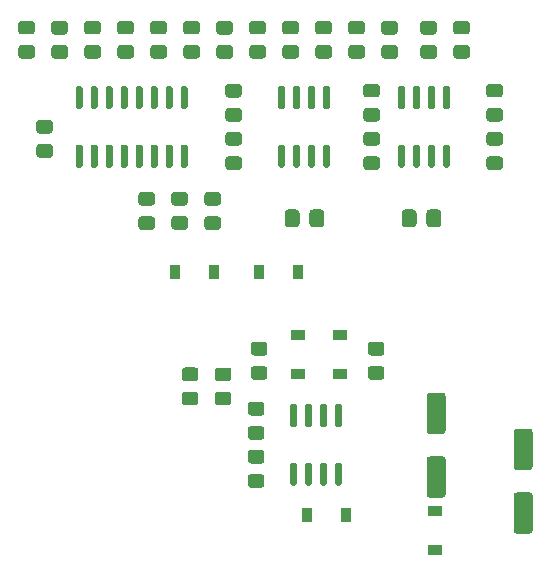
<source format=gbr>
G04 #@! TF.GenerationSoftware,KiCad,Pcbnew,5.1.6-c6e7f7d~87~ubuntu18.04.1*
G04 #@! TF.CreationDate,2020-08-18T13:39:28-04:00*
G04 #@! TF.ProjectId,2164SVF,32313634-5356-4462-9e6b-696361645f70,0*
G04 #@! TF.SameCoordinates,Original*
G04 #@! TF.FileFunction,Paste,Top*
G04 #@! TF.FilePolarity,Positive*
%FSLAX46Y46*%
G04 Gerber Fmt 4.6, Leading zero omitted, Abs format (unit mm)*
G04 Created by KiCad (PCBNEW 5.1.6-c6e7f7d~87~ubuntu18.04.1) date 2020-08-18 13:39:28*
%MOMM*%
%LPD*%
G01*
G04 APERTURE LIST*
%ADD10R,1.200000X0.900000*%
%ADD11R,0.900000X1.200000*%
G04 APERTURE END LIST*
G36*
G01*
X133816000Y-106774000D02*
X134916000Y-106774000D01*
G75*
G02*
X135166000Y-107024000I0J-250000D01*
G01*
X135166000Y-110024000D01*
G75*
G02*
X134916000Y-110274000I-250000J0D01*
G01*
X133816000Y-110274000D01*
G75*
G02*
X133566000Y-110024000I0J250000D01*
G01*
X133566000Y-107024000D01*
G75*
G02*
X133816000Y-106774000I250000J0D01*
G01*
G37*
G36*
G01*
X133816000Y-101374000D02*
X134916000Y-101374000D01*
G75*
G02*
X135166000Y-101624000I0J-250000D01*
G01*
X135166000Y-104624000D01*
G75*
G02*
X134916000Y-104874000I-250000J0D01*
G01*
X133816000Y-104874000D01*
G75*
G02*
X133566000Y-104624000I0J250000D01*
G01*
X133566000Y-101624000D01*
G75*
G02*
X133816000Y-101374000I250000J0D01*
G01*
G37*
G36*
G01*
X142282000Y-107922000D02*
X141182000Y-107922000D01*
G75*
G02*
X140932000Y-107672000I0J250000D01*
G01*
X140932000Y-104672000D01*
G75*
G02*
X141182000Y-104422000I250000J0D01*
G01*
X142282000Y-104422000D01*
G75*
G02*
X142532000Y-104672000I0J-250000D01*
G01*
X142532000Y-107672000D01*
G75*
G02*
X142282000Y-107922000I-250000J0D01*
G01*
G37*
G36*
G01*
X142282000Y-113322000D02*
X141182000Y-113322000D01*
G75*
G02*
X140932000Y-113072000I0J250000D01*
G01*
X140932000Y-110072000D01*
G75*
G02*
X141182000Y-109822000I250000J0D01*
G01*
X142282000Y-109822000D01*
G75*
G02*
X142532000Y-110072000I0J-250000D01*
G01*
X142532000Y-113072000D01*
G75*
G02*
X142282000Y-113322000I-250000J0D01*
G01*
G37*
G36*
G01*
X132715000Y-86169500D02*
X132715000Y-87058500D01*
G75*
G02*
X132397500Y-87376000I-317500J0D01*
G01*
X131762500Y-87376000D01*
G75*
G02*
X131445000Y-87058500I0J317500D01*
G01*
X131445000Y-86169500D01*
G75*
G02*
X131762500Y-85852000I317500J0D01*
G01*
X132397500Y-85852000D01*
G75*
G02*
X132715000Y-86169500I0J-317500D01*
G01*
G37*
G36*
G01*
X134810500Y-86169500D02*
X134810500Y-87058500D01*
G75*
G02*
X134493000Y-87376000I-317500J0D01*
G01*
X133858000Y-87376000D01*
G75*
G02*
X133540500Y-87058500I0J317500D01*
G01*
X133540500Y-86169500D01*
G75*
G02*
X133858000Y-85852000I317500J0D01*
G01*
X134493000Y-85852000D01*
G75*
G02*
X134810500Y-86169500I0J-317500D01*
G01*
G37*
G36*
G01*
X122809000Y-86169500D02*
X122809000Y-87058500D01*
G75*
G02*
X122491500Y-87376000I-317500J0D01*
G01*
X121856500Y-87376000D01*
G75*
G02*
X121539000Y-87058500I0J317500D01*
G01*
X121539000Y-86169500D01*
G75*
G02*
X121856500Y-85852000I317500J0D01*
G01*
X122491500Y-85852000D01*
G75*
G02*
X122809000Y-86169500I0J-317500D01*
G01*
G37*
G36*
G01*
X124904500Y-86169500D02*
X124904500Y-87058500D01*
G75*
G02*
X124587000Y-87376000I-317500J0D01*
G01*
X123952000Y-87376000D01*
G75*
G02*
X123634500Y-87058500I0J317500D01*
G01*
X123634500Y-86169500D01*
G75*
G02*
X123952000Y-85852000I317500J0D01*
G01*
X124587000Y-85852000D01*
G75*
G02*
X124904500Y-86169500I0J-317500D01*
G01*
G37*
G36*
G01*
X125961000Y-107291000D02*
X126261000Y-107291000D01*
G75*
G02*
X126411000Y-107441000I0J-150000D01*
G01*
X126411000Y-109091000D01*
G75*
G02*
X126261000Y-109241000I-150000J0D01*
G01*
X125961000Y-109241000D01*
G75*
G02*
X125811000Y-109091000I0J150000D01*
G01*
X125811000Y-107441000D01*
G75*
G02*
X125961000Y-107291000I150000J0D01*
G01*
G37*
G36*
G01*
X124691000Y-107291000D02*
X124991000Y-107291000D01*
G75*
G02*
X125141000Y-107441000I0J-150000D01*
G01*
X125141000Y-109091000D01*
G75*
G02*
X124991000Y-109241000I-150000J0D01*
G01*
X124691000Y-109241000D01*
G75*
G02*
X124541000Y-109091000I0J150000D01*
G01*
X124541000Y-107441000D01*
G75*
G02*
X124691000Y-107291000I150000J0D01*
G01*
G37*
G36*
G01*
X123421000Y-107291000D02*
X123721000Y-107291000D01*
G75*
G02*
X123871000Y-107441000I0J-150000D01*
G01*
X123871000Y-109091000D01*
G75*
G02*
X123721000Y-109241000I-150000J0D01*
G01*
X123421000Y-109241000D01*
G75*
G02*
X123271000Y-109091000I0J150000D01*
G01*
X123271000Y-107441000D01*
G75*
G02*
X123421000Y-107291000I150000J0D01*
G01*
G37*
G36*
G01*
X122151000Y-107291000D02*
X122451000Y-107291000D01*
G75*
G02*
X122601000Y-107441000I0J-150000D01*
G01*
X122601000Y-109091000D01*
G75*
G02*
X122451000Y-109241000I-150000J0D01*
G01*
X122151000Y-109241000D01*
G75*
G02*
X122001000Y-109091000I0J150000D01*
G01*
X122001000Y-107441000D01*
G75*
G02*
X122151000Y-107291000I150000J0D01*
G01*
G37*
G36*
G01*
X122151000Y-102341000D02*
X122451000Y-102341000D01*
G75*
G02*
X122601000Y-102491000I0J-150000D01*
G01*
X122601000Y-104141000D01*
G75*
G02*
X122451000Y-104291000I-150000J0D01*
G01*
X122151000Y-104291000D01*
G75*
G02*
X122001000Y-104141000I0J150000D01*
G01*
X122001000Y-102491000D01*
G75*
G02*
X122151000Y-102341000I150000J0D01*
G01*
G37*
G36*
G01*
X123421000Y-102341000D02*
X123721000Y-102341000D01*
G75*
G02*
X123871000Y-102491000I0J-150000D01*
G01*
X123871000Y-104141000D01*
G75*
G02*
X123721000Y-104291000I-150000J0D01*
G01*
X123421000Y-104291000D01*
G75*
G02*
X123271000Y-104141000I0J150000D01*
G01*
X123271000Y-102491000D01*
G75*
G02*
X123421000Y-102341000I150000J0D01*
G01*
G37*
G36*
G01*
X124691000Y-102341000D02*
X124991000Y-102341000D01*
G75*
G02*
X125141000Y-102491000I0J-150000D01*
G01*
X125141000Y-104141000D01*
G75*
G02*
X124991000Y-104291000I-150000J0D01*
G01*
X124691000Y-104291000D01*
G75*
G02*
X124541000Y-104141000I0J150000D01*
G01*
X124541000Y-102491000D01*
G75*
G02*
X124691000Y-102341000I150000J0D01*
G01*
G37*
G36*
G01*
X125961000Y-102341000D02*
X126261000Y-102341000D01*
G75*
G02*
X126411000Y-102491000I0J-150000D01*
G01*
X126411000Y-104141000D01*
G75*
G02*
X126261000Y-104291000I-150000J0D01*
G01*
X125961000Y-104291000D01*
G75*
G02*
X125811000Y-104141000I0J150000D01*
G01*
X125811000Y-102491000D01*
G75*
G02*
X125961000Y-102341000I150000J0D01*
G01*
G37*
G36*
G01*
X135105000Y-80367000D02*
X135405000Y-80367000D01*
G75*
G02*
X135555000Y-80517000I0J-150000D01*
G01*
X135555000Y-82167000D01*
G75*
G02*
X135405000Y-82317000I-150000J0D01*
G01*
X135105000Y-82317000D01*
G75*
G02*
X134955000Y-82167000I0J150000D01*
G01*
X134955000Y-80517000D01*
G75*
G02*
X135105000Y-80367000I150000J0D01*
G01*
G37*
G36*
G01*
X133835000Y-80367000D02*
X134135000Y-80367000D01*
G75*
G02*
X134285000Y-80517000I0J-150000D01*
G01*
X134285000Y-82167000D01*
G75*
G02*
X134135000Y-82317000I-150000J0D01*
G01*
X133835000Y-82317000D01*
G75*
G02*
X133685000Y-82167000I0J150000D01*
G01*
X133685000Y-80517000D01*
G75*
G02*
X133835000Y-80367000I150000J0D01*
G01*
G37*
G36*
G01*
X132565000Y-80367000D02*
X132865000Y-80367000D01*
G75*
G02*
X133015000Y-80517000I0J-150000D01*
G01*
X133015000Y-82167000D01*
G75*
G02*
X132865000Y-82317000I-150000J0D01*
G01*
X132565000Y-82317000D01*
G75*
G02*
X132415000Y-82167000I0J150000D01*
G01*
X132415000Y-80517000D01*
G75*
G02*
X132565000Y-80367000I150000J0D01*
G01*
G37*
G36*
G01*
X131295000Y-80367000D02*
X131595000Y-80367000D01*
G75*
G02*
X131745000Y-80517000I0J-150000D01*
G01*
X131745000Y-82167000D01*
G75*
G02*
X131595000Y-82317000I-150000J0D01*
G01*
X131295000Y-82317000D01*
G75*
G02*
X131145000Y-82167000I0J150000D01*
G01*
X131145000Y-80517000D01*
G75*
G02*
X131295000Y-80367000I150000J0D01*
G01*
G37*
G36*
G01*
X131295000Y-75417000D02*
X131595000Y-75417000D01*
G75*
G02*
X131745000Y-75567000I0J-150000D01*
G01*
X131745000Y-77217000D01*
G75*
G02*
X131595000Y-77367000I-150000J0D01*
G01*
X131295000Y-77367000D01*
G75*
G02*
X131145000Y-77217000I0J150000D01*
G01*
X131145000Y-75567000D01*
G75*
G02*
X131295000Y-75417000I150000J0D01*
G01*
G37*
G36*
G01*
X132565000Y-75417000D02*
X132865000Y-75417000D01*
G75*
G02*
X133015000Y-75567000I0J-150000D01*
G01*
X133015000Y-77217000D01*
G75*
G02*
X132865000Y-77367000I-150000J0D01*
G01*
X132565000Y-77367000D01*
G75*
G02*
X132415000Y-77217000I0J150000D01*
G01*
X132415000Y-75567000D01*
G75*
G02*
X132565000Y-75417000I150000J0D01*
G01*
G37*
G36*
G01*
X133835000Y-75417000D02*
X134135000Y-75417000D01*
G75*
G02*
X134285000Y-75567000I0J-150000D01*
G01*
X134285000Y-77217000D01*
G75*
G02*
X134135000Y-77367000I-150000J0D01*
G01*
X133835000Y-77367000D01*
G75*
G02*
X133685000Y-77217000I0J150000D01*
G01*
X133685000Y-75567000D01*
G75*
G02*
X133835000Y-75417000I150000J0D01*
G01*
G37*
G36*
G01*
X135105000Y-75417000D02*
X135405000Y-75417000D01*
G75*
G02*
X135555000Y-75567000I0J-150000D01*
G01*
X135555000Y-77217000D01*
G75*
G02*
X135405000Y-77367000I-150000J0D01*
G01*
X135105000Y-77367000D01*
G75*
G02*
X134955000Y-77217000I0J150000D01*
G01*
X134955000Y-75567000D01*
G75*
G02*
X135105000Y-75417000I150000J0D01*
G01*
G37*
G36*
G01*
X112880000Y-80367000D02*
X113180000Y-80367000D01*
G75*
G02*
X113330000Y-80517000I0J-150000D01*
G01*
X113330000Y-82167000D01*
G75*
G02*
X113180000Y-82317000I-150000J0D01*
G01*
X112880000Y-82317000D01*
G75*
G02*
X112730000Y-82167000I0J150000D01*
G01*
X112730000Y-80517000D01*
G75*
G02*
X112880000Y-80367000I150000J0D01*
G01*
G37*
G36*
G01*
X111610000Y-80367000D02*
X111910000Y-80367000D01*
G75*
G02*
X112060000Y-80517000I0J-150000D01*
G01*
X112060000Y-82167000D01*
G75*
G02*
X111910000Y-82317000I-150000J0D01*
G01*
X111610000Y-82317000D01*
G75*
G02*
X111460000Y-82167000I0J150000D01*
G01*
X111460000Y-80517000D01*
G75*
G02*
X111610000Y-80367000I150000J0D01*
G01*
G37*
G36*
G01*
X110340000Y-80367000D02*
X110640000Y-80367000D01*
G75*
G02*
X110790000Y-80517000I0J-150000D01*
G01*
X110790000Y-82167000D01*
G75*
G02*
X110640000Y-82317000I-150000J0D01*
G01*
X110340000Y-82317000D01*
G75*
G02*
X110190000Y-82167000I0J150000D01*
G01*
X110190000Y-80517000D01*
G75*
G02*
X110340000Y-80367000I150000J0D01*
G01*
G37*
G36*
G01*
X109070000Y-80367000D02*
X109370000Y-80367000D01*
G75*
G02*
X109520000Y-80517000I0J-150000D01*
G01*
X109520000Y-82167000D01*
G75*
G02*
X109370000Y-82317000I-150000J0D01*
G01*
X109070000Y-82317000D01*
G75*
G02*
X108920000Y-82167000I0J150000D01*
G01*
X108920000Y-80517000D01*
G75*
G02*
X109070000Y-80367000I150000J0D01*
G01*
G37*
G36*
G01*
X107800000Y-80367000D02*
X108100000Y-80367000D01*
G75*
G02*
X108250000Y-80517000I0J-150000D01*
G01*
X108250000Y-82167000D01*
G75*
G02*
X108100000Y-82317000I-150000J0D01*
G01*
X107800000Y-82317000D01*
G75*
G02*
X107650000Y-82167000I0J150000D01*
G01*
X107650000Y-80517000D01*
G75*
G02*
X107800000Y-80367000I150000J0D01*
G01*
G37*
G36*
G01*
X106530000Y-80367000D02*
X106830000Y-80367000D01*
G75*
G02*
X106980000Y-80517000I0J-150000D01*
G01*
X106980000Y-82167000D01*
G75*
G02*
X106830000Y-82317000I-150000J0D01*
G01*
X106530000Y-82317000D01*
G75*
G02*
X106380000Y-82167000I0J150000D01*
G01*
X106380000Y-80517000D01*
G75*
G02*
X106530000Y-80367000I150000J0D01*
G01*
G37*
G36*
G01*
X105260000Y-80367000D02*
X105560000Y-80367000D01*
G75*
G02*
X105710000Y-80517000I0J-150000D01*
G01*
X105710000Y-82167000D01*
G75*
G02*
X105560000Y-82317000I-150000J0D01*
G01*
X105260000Y-82317000D01*
G75*
G02*
X105110000Y-82167000I0J150000D01*
G01*
X105110000Y-80517000D01*
G75*
G02*
X105260000Y-80367000I150000J0D01*
G01*
G37*
G36*
G01*
X103990000Y-80367000D02*
X104290000Y-80367000D01*
G75*
G02*
X104440000Y-80517000I0J-150000D01*
G01*
X104440000Y-82167000D01*
G75*
G02*
X104290000Y-82317000I-150000J0D01*
G01*
X103990000Y-82317000D01*
G75*
G02*
X103840000Y-82167000I0J150000D01*
G01*
X103840000Y-80517000D01*
G75*
G02*
X103990000Y-80367000I150000J0D01*
G01*
G37*
G36*
G01*
X103990000Y-75417000D02*
X104290000Y-75417000D01*
G75*
G02*
X104440000Y-75567000I0J-150000D01*
G01*
X104440000Y-77217000D01*
G75*
G02*
X104290000Y-77367000I-150000J0D01*
G01*
X103990000Y-77367000D01*
G75*
G02*
X103840000Y-77217000I0J150000D01*
G01*
X103840000Y-75567000D01*
G75*
G02*
X103990000Y-75417000I150000J0D01*
G01*
G37*
G36*
G01*
X105260000Y-75417000D02*
X105560000Y-75417000D01*
G75*
G02*
X105710000Y-75567000I0J-150000D01*
G01*
X105710000Y-77217000D01*
G75*
G02*
X105560000Y-77367000I-150000J0D01*
G01*
X105260000Y-77367000D01*
G75*
G02*
X105110000Y-77217000I0J150000D01*
G01*
X105110000Y-75567000D01*
G75*
G02*
X105260000Y-75417000I150000J0D01*
G01*
G37*
G36*
G01*
X106530000Y-75417000D02*
X106830000Y-75417000D01*
G75*
G02*
X106980000Y-75567000I0J-150000D01*
G01*
X106980000Y-77217000D01*
G75*
G02*
X106830000Y-77367000I-150000J0D01*
G01*
X106530000Y-77367000D01*
G75*
G02*
X106380000Y-77217000I0J150000D01*
G01*
X106380000Y-75567000D01*
G75*
G02*
X106530000Y-75417000I150000J0D01*
G01*
G37*
G36*
G01*
X107800000Y-75417000D02*
X108100000Y-75417000D01*
G75*
G02*
X108250000Y-75567000I0J-150000D01*
G01*
X108250000Y-77217000D01*
G75*
G02*
X108100000Y-77367000I-150000J0D01*
G01*
X107800000Y-77367000D01*
G75*
G02*
X107650000Y-77217000I0J150000D01*
G01*
X107650000Y-75567000D01*
G75*
G02*
X107800000Y-75417000I150000J0D01*
G01*
G37*
G36*
G01*
X109070000Y-75417000D02*
X109370000Y-75417000D01*
G75*
G02*
X109520000Y-75567000I0J-150000D01*
G01*
X109520000Y-77217000D01*
G75*
G02*
X109370000Y-77367000I-150000J0D01*
G01*
X109070000Y-77367000D01*
G75*
G02*
X108920000Y-77217000I0J150000D01*
G01*
X108920000Y-75567000D01*
G75*
G02*
X109070000Y-75417000I150000J0D01*
G01*
G37*
G36*
G01*
X110340000Y-75417000D02*
X110640000Y-75417000D01*
G75*
G02*
X110790000Y-75567000I0J-150000D01*
G01*
X110790000Y-77217000D01*
G75*
G02*
X110640000Y-77367000I-150000J0D01*
G01*
X110340000Y-77367000D01*
G75*
G02*
X110190000Y-77217000I0J150000D01*
G01*
X110190000Y-75567000D01*
G75*
G02*
X110340000Y-75417000I150000J0D01*
G01*
G37*
G36*
G01*
X111610000Y-75417000D02*
X111910000Y-75417000D01*
G75*
G02*
X112060000Y-75567000I0J-150000D01*
G01*
X112060000Y-77217000D01*
G75*
G02*
X111910000Y-77367000I-150000J0D01*
G01*
X111610000Y-77367000D01*
G75*
G02*
X111460000Y-77217000I0J150000D01*
G01*
X111460000Y-75567000D01*
G75*
G02*
X111610000Y-75417000I150000J0D01*
G01*
G37*
G36*
G01*
X112880000Y-75417000D02*
X113180000Y-75417000D01*
G75*
G02*
X113330000Y-75567000I0J-150000D01*
G01*
X113330000Y-77217000D01*
G75*
G02*
X113180000Y-77367000I-150000J0D01*
G01*
X112880000Y-77367000D01*
G75*
G02*
X112730000Y-77217000I0J150000D01*
G01*
X112730000Y-75567000D01*
G75*
G02*
X112880000Y-75417000I150000J0D01*
G01*
G37*
G36*
G01*
X124945000Y-80367000D02*
X125245000Y-80367000D01*
G75*
G02*
X125395000Y-80517000I0J-150000D01*
G01*
X125395000Y-82167000D01*
G75*
G02*
X125245000Y-82317000I-150000J0D01*
G01*
X124945000Y-82317000D01*
G75*
G02*
X124795000Y-82167000I0J150000D01*
G01*
X124795000Y-80517000D01*
G75*
G02*
X124945000Y-80367000I150000J0D01*
G01*
G37*
G36*
G01*
X123675000Y-80367000D02*
X123975000Y-80367000D01*
G75*
G02*
X124125000Y-80517000I0J-150000D01*
G01*
X124125000Y-82167000D01*
G75*
G02*
X123975000Y-82317000I-150000J0D01*
G01*
X123675000Y-82317000D01*
G75*
G02*
X123525000Y-82167000I0J150000D01*
G01*
X123525000Y-80517000D01*
G75*
G02*
X123675000Y-80367000I150000J0D01*
G01*
G37*
G36*
G01*
X122405000Y-80367000D02*
X122705000Y-80367000D01*
G75*
G02*
X122855000Y-80517000I0J-150000D01*
G01*
X122855000Y-82167000D01*
G75*
G02*
X122705000Y-82317000I-150000J0D01*
G01*
X122405000Y-82317000D01*
G75*
G02*
X122255000Y-82167000I0J150000D01*
G01*
X122255000Y-80517000D01*
G75*
G02*
X122405000Y-80367000I150000J0D01*
G01*
G37*
G36*
G01*
X121135000Y-80367000D02*
X121435000Y-80367000D01*
G75*
G02*
X121585000Y-80517000I0J-150000D01*
G01*
X121585000Y-82167000D01*
G75*
G02*
X121435000Y-82317000I-150000J0D01*
G01*
X121135000Y-82317000D01*
G75*
G02*
X120985000Y-82167000I0J150000D01*
G01*
X120985000Y-80517000D01*
G75*
G02*
X121135000Y-80367000I150000J0D01*
G01*
G37*
G36*
G01*
X121135000Y-75417000D02*
X121435000Y-75417000D01*
G75*
G02*
X121585000Y-75567000I0J-150000D01*
G01*
X121585000Y-77217000D01*
G75*
G02*
X121435000Y-77367000I-150000J0D01*
G01*
X121135000Y-77367000D01*
G75*
G02*
X120985000Y-77217000I0J150000D01*
G01*
X120985000Y-75567000D01*
G75*
G02*
X121135000Y-75417000I150000J0D01*
G01*
G37*
G36*
G01*
X122405000Y-75417000D02*
X122705000Y-75417000D01*
G75*
G02*
X122855000Y-75567000I0J-150000D01*
G01*
X122855000Y-77217000D01*
G75*
G02*
X122705000Y-77367000I-150000J0D01*
G01*
X122405000Y-77367000D01*
G75*
G02*
X122255000Y-77217000I0J150000D01*
G01*
X122255000Y-75567000D01*
G75*
G02*
X122405000Y-75417000I150000J0D01*
G01*
G37*
G36*
G01*
X123675000Y-75417000D02*
X123975000Y-75417000D01*
G75*
G02*
X124125000Y-75567000I0J-150000D01*
G01*
X124125000Y-77217000D01*
G75*
G02*
X123975000Y-77367000I-150000J0D01*
G01*
X123675000Y-77367000D01*
G75*
G02*
X123525000Y-77217000I0J150000D01*
G01*
X123525000Y-75567000D01*
G75*
G02*
X123675000Y-75417000I150000J0D01*
G01*
G37*
G36*
G01*
X124945000Y-75417000D02*
X125245000Y-75417000D01*
G75*
G02*
X125395000Y-75567000I0J-150000D01*
G01*
X125395000Y-77217000D01*
G75*
G02*
X125245000Y-77367000I-150000J0D01*
G01*
X124945000Y-77367000D01*
G75*
G02*
X124795000Y-77217000I0J150000D01*
G01*
X124795000Y-75567000D01*
G75*
G02*
X124945000Y-75417000I150000J0D01*
G01*
G37*
G36*
G01*
X101669001Y-79433000D02*
X100768999Y-79433000D01*
G75*
G02*
X100519000Y-79183001I0J249999D01*
G01*
X100519000Y-78532999D01*
G75*
G02*
X100768999Y-78283000I249999J0D01*
G01*
X101669001Y-78283000D01*
G75*
G02*
X101919000Y-78532999I0J-249999D01*
G01*
X101919000Y-79183001D01*
G75*
G02*
X101669001Y-79433000I-249999J0D01*
G01*
G37*
G36*
G01*
X101669001Y-81483000D02*
X100768999Y-81483000D01*
G75*
G02*
X100519000Y-81233001I0J249999D01*
G01*
X100519000Y-80582999D01*
G75*
G02*
X100768999Y-80333000I249999J0D01*
G01*
X101669001Y-80333000D01*
G75*
G02*
X101919000Y-80582999I0J-249999D01*
G01*
X101919000Y-81233001D01*
G75*
G02*
X101669001Y-81483000I-249999J0D01*
G01*
G37*
G36*
G01*
X118929999Y-99129000D02*
X119830001Y-99129000D01*
G75*
G02*
X120080000Y-99378999I0J-249999D01*
G01*
X120080000Y-100029001D01*
G75*
G02*
X119830001Y-100279000I-249999J0D01*
G01*
X118929999Y-100279000D01*
G75*
G02*
X118680000Y-100029001I0J249999D01*
G01*
X118680000Y-99378999D01*
G75*
G02*
X118929999Y-99129000I249999J0D01*
G01*
G37*
G36*
G01*
X118929999Y-97079000D02*
X119830001Y-97079000D01*
G75*
G02*
X120080000Y-97328999I0J-249999D01*
G01*
X120080000Y-97979001D01*
G75*
G02*
X119830001Y-98229000I-249999J0D01*
G01*
X118929999Y-98229000D01*
G75*
G02*
X118680000Y-97979001I0J249999D01*
G01*
X118680000Y-97328999D01*
G75*
G02*
X118929999Y-97079000I249999J0D01*
G01*
G37*
G36*
G01*
X115881999Y-101297000D02*
X116782001Y-101297000D01*
G75*
G02*
X117032000Y-101546999I0J-249999D01*
G01*
X117032000Y-102197001D01*
G75*
G02*
X116782001Y-102447000I-249999J0D01*
G01*
X115881999Y-102447000D01*
G75*
G02*
X115632000Y-102197001I0J249999D01*
G01*
X115632000Y-101546999D01*
G75*
G02*
X115881999Y-101297000I249999J0D01*
G01*
G37*
G36*
G01*
X115881999Y-99247000D02*
X116782001Y-99247000D01*
G75*
G02*
X117032000Y-99496999I0J-249999D01*
G01*
X117032000Y-100147001D01*
G75*
G02*
X116782001Y-100397000I-249999J0D01*
G01*
X115881999Y-100397000D01*
G75*
G02*
X115632000Y-100147001I0J249999D01*
G01*
X115632000Y-99496999D01*
G75*
G02*
X115881999Y-99247000I249999J0D01*
G01*
G37*
G36*
G01*
X113087999Y-101288000D02*
X113988001Y-101288000D01*
G75*
G02*
X114238000Y-101537999I0J-249999D01*
G01*
X114238000Y-102188001D01*
G75*
G02*
X113988001Y-102438000I-249999J0D01*
G01*
X113087999Y-102438000D01*
G75*
G02*
X112838000Y-102188001I0J249999D01*
G01*
X112838000Y-101537999D01*
G75*
G02*
X113087999Y-101288000I249999J0D01*
G01*
G37*
G36*
G01*
X113087999Y-99238000D02*
X113988001Y-99238000D01*
G75*
G02*
X114238000Y-99487999I0J-249999D01*
G01*
X114238000Y-100138001D01*
G75*
G02*
X113988001Y-100388000I-249999J0D01*
G01*
X113087999Y-100388000D01*
G75*
G02*
X112838000Y-100138001I0J249999D01*
G01*
X112838000Y-99487999D01*
G75*
G02*
X113087999Y-99238000I249999J0D01*
G01*
G37*
G36*
G01*
X102038999Y-71951000D02*
X102939001Y-71951000D01*
G75*
G02*
X103189000Y-72200999I0J-249999D01*
G01*
X103189000Y-72851001D01*
G75*
G02*
X102939001Y-73101000I-249999J0D01*
G01*
X102038999Y-73101000D01*
G75*
G02*
X101789000Y-72851001I0J249999D01*
G01*
X101789000Y-72200999D01*
G75*
G02*
X102038999Y-71951000I249999J0D01*
G01*
G37*
G36*
G01*
X102038999Y-69901000D02*
X102939001Y-69901000D01*
G75*
G02*
X103189000Y-70150999I0J-249999D01*
G01*
X103189000Y-70801001D01*
G75*
G02*
X102939001Y-71051000I-249999J0D01*
G01*
X102038999Y-71051000D01*
G75*
G02*
X101789000Y-70801001I0J249999D01*
G01*
X101789000Y-70150999D01*
G75*
G02*
X102038999Y-69901000I249999J0D01*
G01*
G37*
G36*
G01*
X105733001Y-71042000D02*
X104832999Y-71042000D01*
G75*
G02*
X104583000Y-70792001I0J249999D01*
G01*
X104583000Y-70141999D01*
G75*
G02*
X104832999Y-69892000I249999J0D01*
G01*
X105733001Y-69892000D01*
G75*
G02*
X105983000Y-70141999I0J-249999D01*
G01*
X105983000Y-70792001D01*
G75*
G02*
X105733001Y-71042000I-249999J0D01*
G01*
G37*
G36*
G01*
X105733001Y-73092000D02*
X104832999Y-73092000D01*
G75*
G02*
X104583000Y-72842001I0J249999D01*
G01*
X104583000Y-72191999D01*
G75*
G02*
X104832999Y-71942000I249999J0D01*
G01*
X105733001Y-71942000D01*
G75*
G02*
X105983000Y-72191999I0J-249999D01*
G01*
X105983000Y-72842001D01*
G75*
G02*
X105733001Y-73092000I-249999J0D01*
G01*
G37*
G36*
G01*
X115893001Y-85538000D02*
X114992999Y-85538000D01*
G75*
G02*
X114743000Y-85288001I0J249999D01*
G01*
X114743000Y-84637999D01*
G75*
G02*
X114992999Y-84388000I249999J0D01*
G01*
X115893001Y-84388000D01*
G75*
G02*
X116143000Y-84637999I0J-249999D01*
G01*
X116143000Y-85288001D01*
G75*
G02*
X115893001Y-85538000I-249999J0D01*
G01*
G37*
G36*
G01*
X115893001Y-87588000D02*
X114992999Y-87588000D01*
G75*
G02*
X114743000Y-87338001I0J249999D01*
G01*
X114743000Y-86687999D01*
G75*
G02*
X114992999Y-86438000I249999J0D01*
G01*
X115893001Y-86438000D01*
G75*
G02*
X116143000Y-86687999I0J-249999D01*
G01*
X116143000Y-87338001D01*
G75*
G02*
X115893001Y-87588000I-249999J0D01*
G01*
G37*
G36*
G01*
X113099001Y-85529000D02*
X112198999Y-85529000D01*
G75*
G02*
X111949000Y-85279001I0J249999D01*
G01*
X111949000Y-84628999D01*
G75*
G02*
X112198999Y-84379000I249999J0D01*
G01*
X113099001Y-84379000D01*
G75*
G02*
X113349000Y-84628999I0J-249999D01*
G01*
X113349000Y-85279001D01*
G75*
G02*
X113099001Y-85529000I-249999J0D01*
G01*
G37*
G36*
G01*
X113099001Y-87579000D02*
X112198999Y-87579000D01*
G75*
G02*
X111949000Y-87329001I0J249999D01*
G01*
X111949000Y-86678999D01*
G75*
G02*
X112198999Y-86429000I249999J0D01*
G01*
X113099001Y-86429000D01*
G75*
G02*
X113349000Y-86678999I0J-249999D01*
G01*
X113349000Y-87329001D01*
G75*
G02*
X113099001Y-87579000I-249999J0D01*
G01*
G37*
G36*
G01*
X110420999Y-71942000D02*
X111321001Y-71942000D01*
G75*
G02*
X111571000Y-72191999I0J-249999D01*
G01*
X111571000Y-72842001D01*
G75*
G02*
X111321001Y-73092000I-249999J0D01*
G01*
X110420999Y-73092000D01*
G75*
G02*
X110171000Y-72842001I0J249999D01*
G01*
X110171000Y-72191999D01*
G75*
G02*
X110420999Y-71942000I249999J0D01*
G01*
G37*
G36*
G01*
X110420999Y-69892000D02*
X111321001Y-69892000D01*
G75*
G02*
X111571000Y-70141999I0J-249999D01*
G01*
X111571000Y-70792001D01*
G75*
G02*
X111321001Y-71042000I-249999J0D01*
G01*
X110420999Y-71042000D01*
G75*
G02*
X110171000Y-70792001I0J249999D01*
G01*
X110171000Y-70141999D01*
G75*
G02*
X110420999Y-69892000I249999J0D01*
G01*
G37*
G36*
G01*
X108527001Y-71042000D02*
X107626999Y-71042000D01*
G75*
G02*
X107377000Y-70792001I0J249999D01*
G01*
X107377000Y-70141999D01*
G75*
G02*
X107626999Y-69892000I249999J0D01*
G01*
X108527001Y-69892000D01*
G75*
G02*
X108777000Y-70141999I0J-249999D01*
G01*
X108777000Y-70792001D01*
G75*
G02*
X108527001Y-71042000I-249999J0D01*
G01*
G37*
G36*
G01*
X108527001Y-73092000D02*
X107626999Y-73092000D01*
G75*
G02*
X107377000Y-72842001I0J249999D01*
G01*
X107377000Y-72191999D01*
G75*
G02*
X107626999Y-71942000I249999J0D01*
G01*
X108527001Y-71942000D01*
G75*
G02*
X108777000Y-72191999I0J-249999D01*
G01*
X108777000Y-72842001D01*
G75*
G02*
X108527001Y-73092000I-249999J0D01*
G01*
G37*
G36*
G01*
X133280999Y-71951000D02*
X134181001Y-71951000D01*
G75*
G02*
X134431000Y-72200999I0J-249999D01*
G01*
X134431000Y-72851001D01*
G75*
G02*
X134181001Y-73101000I-249999J0D01*
G01*
X133280999Y-73101000D01*
G75*
G02*
X133031000Y-72851001I0J249999D01*
G01*
X133031000Y-72200999D01*
G75*
G02*
X133280999Y-71951000I249999J0D01*
G01*
G37*
G36*
G01*
X133280999Y-69901000D02*
X134181001Y-69901000D01*
G75*
G02*
X134431000Y-70150999I0J-249999D01*
G01*
X134431000Y-70801001D01*
G75*
G02*
X134181001Y-71051000I-249999J0D01*
G01*
X133280999Y-71051000D01*
G75*
G02*
X133031000Y-70801001I0J249999D01*
G01*
X133031000Y-70150999D01*
G75*
G02*
X133280999Y-69901000I249999J0D01*
G01*
G37*
G36*
G01*
X124390999Y-71942000D02*
X125291001Y-71942000D01*
G75*
G02*
X125541000Y-72191999I0J-249999D01*
G01*
X125541000Y-72842001D01*
G75*
G02*
X125291001Y-73092000I-249999J0D01*
G01*
X124390999Y-73092000D01*
G75*
G02*
X124141000Y-72842001I0J249999D01*
G01*
X124141000Y-72191999D01*
G75*
G02*
X124390999Y-71942000I249999J0D01*
G01*
G37*
G36*
G01*
X124390999Y-69892000D02*
X125291001Y-69892000D01*
G75*
G02*
X125541000Y-70141999I0J-249999D01*
G01*
X125541000Y-70792001D01*
G75*
G02*
X125291001Y-71042000I-249999J0D01*
G01*
X124390999Y-71042000D01*
G75*
G02*
X124141000Y-70792001I0J249999D01*
G01*
X124141000Y-70141999D01*
G75*
G02*
X124390999Y-69892000I249999J0D01*
G01*
G37*
G36*
G01*
X121596999Y-71942000D02*
X122497001Y-71942000D01*
G75*
G02*
X122747000Y-72191999I0J-249999D01*
G01*
X122747000Y-72842001D01*
G75*
G02*
X122497001Y-73092000I-249999J0D01*
G01*
X121596999Y-73092000D01*
G75*
G02*
X121347000Y-72842001I0J249999D01*
G01*
X121347000Y-72191999D01*
G75*
G02*
X121596999Y-71942000I249999J0D01*
G01*
G37*
G36*
G01*
X121596999Y-69892000D02*
X122497001Y-69892000D01*
G75*
G02*
X122747000Y-70141999I0J-249999D01*
G01*
X122747000Y-70792001D01*
G75*
G02*
X122497001Y-71042000I-249999J0D01*
G01*
X121596999Y-71042000D01*
G75*
G02*
X121347000Y-70792001I0J249999D01*
G01*
X121347000Y-70141999D01*
G75*
G02*
X121596999Y-69892000I249999J0D01*
G01*
G37*
G36*
G01*
X127184999Y-71942000D02*
X128085001Y-71942000D01*
G75*
G02*
X128335000Y-72191999I0J-249999D01*
G01*
X128335000Y-72842001D01*
G75*
G02*
X128085001Y-73092000I-249999J0D01*
G01*
X127184999Y-73092000D01*
G75*
G02*
X126935000Y-72842001I0J249999D01*
G01*
X126935000Y-72191999D01*
G75*
G02*
X127184999Y-71942000I249999J0D01*
G01*
G37*
G36*
G01*
X127184999Y-69892000D02*
X128085001Y-69892000D01*
G75*
G02*
X128335000Y-70141999I0J-249999D01*
G01*
X128335000Y-70792001D01*
G75*
G02*
X128085001Y-71042000I-249999J0D01*
G01*
X127184999Y-71042000D01*
G75*
G02*
X126935000Y-70792001I0J249999D01*
G01*
X126935000Y-70141999D01*
G75*
G02*
X127184999Y-69892000I249999J0D01*
G01*
G37*
G36*
G01*
X116008999Y-71951000D02*
X116909001Y-71951000D01*
G75*
G02*
X117159000Y-72200999I0J-249999D01*
G01*
X117159000Y-72851001D01*
G75*
G02*
X116909001Y-73101000I-249999J0D01*
G01*
X116008999Y-73101000D01*
G75*
G02*
X115759000Y-72851001I0J249999D01*
G01*
X115759000Y-72200999D01*
G75*
G02*
X116008999Y-71951000I249999J0D01*
G01*
G37*
G36*
G01*
X116008999Y-69901000D02*
X116909001Y-69901000D01*
G75*
G02*
X117159000Y-70150999I0J-249999D01*
G01*
X117159000Y-70801001D01*
G75*
G02*
X116909001Y-71051000I-249999J0D01*
G01*
X116008999Y-71051000D01*
G75*
G02*
X115759000Y-70801001I0J249999D01*
G01*
X115759000Y-70150999D01*
G75*
G02*
X116008999Y-69901000I249999J0D01*
G01*
G37*
G36*
G01*
X130879001Y-71051000D02*
X129978999Y-71051000D01*
G75*
G02*
X129729000Y-70801001I0J249999D01*
G01*
X129729000Y-70150999D01*
G75*
G02*
X129978999Y-69901000I249999J0D01*
G01*
X130879001Y-69901000D01*
G75*
G02*
X131129000Y-70150999I0J-249999D01*
G01*
X131129000Y-70801001D01*
G75*
G02*
X130879001Y-71051000I-249999J0D01*
G01*
G37*
G36*
G01*
X130879001Y-73101000D02*
X129978999Y-73101000D01*
G75*
G02*
X129729000Y-72851001I0J249999D01*
G01*
X129729000Y-72200999D01*
G75*
G02*
X129978999Y-71951000I249999J0D01*
G01*
X130879001Y-71951000D01*
G75*
G02*
X131129000Y-72200999I0J-249999D01*
G01*
X131129000Y-72851001D01*
G75*
G02*
X130879001Y-73101000I-249999J0D01*
G01*
G37*
D10*
X134315200Y-111404400D03*
X134315200Y-114704400D03*
D11*
X123446000Y-111760000D03*
X126746000Y-111760000D03*
D10*
X126238000Y-99821000D03*
X126238000Y-96521000D03*
X122682000Y-99821000D03*
X122682000Y-96521000D03*
D11*
X119380000Y-91186000D03*
X122680000Y-91186000D03*
X115570000Y-91186000D03*
X112270000Y-91186000D03*
G36*
G01*
X118675999Y-104209000D02*
X119576001Y-104209000D01*
G75*
G02*
X119826000Y-104458999I0J-249999D01*
G01*
X119826000Y-105109001D01*
G75*
G02*
X119576001Y-105359000I-249999J0D01*
G01*
X118675999Y-105359000D01*
G75*
G02*
X118426000Y-105109001I0J249999D01*
G01*
X118426000Y-104458999D01*
G75*
G02*
X118675999Y-104209000I249999J0D01*
G01*
G37*
G36*
G01*
X118675999Y-102159000D02*
X119576001Y-102159000D01*
G75*
G02*
X119826000Y-102408999I0J-249999D01*
G01*
X119826000Y-103059001D01*
G75*
G02*
X119576001Y-103309000I-249999J0D01*
G01*
X118675999Y-103309000D01*
G75*
G02*
X118426000Y-103059001I0J249999D01*
G01*
X118426000Y-102408999D01*
G75*
G02*
X118675999Y-102159000I249999J0D01*
G01*
G37*
G36*
G01*
X118675999Y-108273000D02*
X119576001Y-108273000D01*
G75*
G02*
X119826000Y-108522999I0J-249999D01*
G01*
X119826000Y-109173001D01*
G75*
G02*
X119576001Y-109423000I-249999J0D01*
G01*
X118675999Y-109423000D01*
G75*
G02*
X118426000Y-109173001I0J249999D01*
G01*
X118426000Y-108522999D01*
G75*
G02*
X118675999Y-108273000I249999J0D01*
G01*
G37*
G36*
G01*
X118675999Y-106223000D02*
X119576001Y-106223000D01*
G75*
G02*
X119826000Y-106472999I0J-249999D01*
G01*
X119826000Y-107123001D01*
G75*
G02*
X119576001Y-107373000I-249999J0D01*
G01*
X118675999Y-107373000D01*
G75*
G02*
X118426000Y-107123001I0J249999D01*
G01*
X118426000Y-106472999D01*
G75*
G02*
X118675999Y-106223000I249999J0D01*
G01*
G37*
G36*
G01*
X138868999Y-77276000D02*
X139769001Y-77276000D01*
G75*
G02*
X140019000Y-77525999I0J-249999D01*
G01*
X140019000Y-78176001D01*
G75*
G02*
X139769001Y-78426000I-249999J0D01*
G01*
X138868999Y-78426000D01*
G75*
G02*
X138619000Y-78176001I0J249999D01*
G01*
X138619000Y-77525999D01*
G75*
G02*
X138868999Y-77276000I249999J0D01*
G01*
G37*
G36*
G01*
X138868999Y-75226000D02*
X139769001Y-75226000D01*
G75*
G02*
X140019000Y-75475999I0J-249999D01*
G01*
X140019000Y-76126001D01*
G75*
G02*
X139769001Y-76376000I-249999J0D01*
G01*
X138868999Y-76376000D01*
G75*
G02*
X138619000Y-76126001I0J249999D01*
G01*
X138619000Y-75475999D01*
G75*
G02*
X138868999Y-75226000I249999J0D01*
G01*
G37*
G36*
G01*
X138868999Y-81358000D02*
X139769001Y-81358000D01*
G75*
G02*
X140019000Y-81607999I0J-249999D01*
G01*
X140019000Y-82258001D01*
G75*
G02*
X139769001Y-82508000I-249999J0D01*
G01*
X138868999Y-82508000D01*
G75*
G02*
X138619000Y-82258001I0J249999D01*
G01*
X138619000Y-81607999D01*
G75*
G02*
X138868999Y-81358000I249999J0D01*
G01*
G37*
G36*
G01*
X138868999Y-79308000D02*
X139769001Y-79308000D01*
G75*
G02*
X140019000Y-79557999I0J-249999D01*
G01*
X140019000Y-80208001D01*
G75*
G02*
X139769001Y-80458000I-249999J0D01*
G01*
X138868999Y-80458000D01*
G75*
G02*
X138619000Y-80208001I0J249999D01*
G01*
X138619000Y-79557999D01*
G75*
G02*
X138868999Y-79308000I249999J0D01*
G01*
G37*
G36*
G01*
X128454999Y-77276000D02*
X129355001Y-77276000D01*
G75*
G02*
X129605000Y-77525999I0J-249999D01*
G01*
X129605000Y-78176001D01*
G75*
G02*
X129355001Y-78426000I-249999J0D01*
G01*
X128454999Y-78426000D01*
G75*
G02*
X128205000Y-78176001I0J249999D01*
G01*
X128205000Y-77525999D01*
G75*
G02*
X128454999Y-77276000I249999J0D01*
G01*
G37*
G36*
G01*
X128454999Y-75226000D02*
X129355001Y-75226000D01*
G75*
G02*
X129605000Y-75475999I0J-249999D01*
G01*
X129605000Y-76126001D01*
G75*
G02*
X129355001Y-76376000I-249999J0D01*
G01*
X128454999Y-76376000D01*
G75*
G02*
X128205000Y-76126001I0J249999D01*
G01*
X128205000Y-75475999D01*
G75*
G02*
X128454999Y-75226000I249999J0D01*
G01*
G37*
G36*
G01*
X128454999Y-81358000D02*
X129355001Y-81358000D01*
G75*
G02*
X129605000Y-81607999I0J-249999D01*
G01*
X129605000Y-82258001D01*
G75*
G02*
X129355001Y-82508000I-249999J0D01*
G01*
X128454999Y-82508000D01*
G75*
G02*
X128205000Y-82258001I0J249999D01*
G01*
X128205000Y-81607999D01*
G75*
G02*
X128454999Y-81358000I249999J0D01*
G01*
G37*
G36*
G01*
X128454999Y-79308000D02*
X129355001Y-79308000D01*
G75*
G02*
X129605000Y-79557999I0J-249999D01*
G01*
X129605000Y-80208001D01*
G75*
G02*
X129355001Y-80458000I-249999J0D01*
G01*
X128454999Y-80458000D01*
G75*
G02*
X128205000Y-80208001I0J249999D01*
G01*
X128205000Y-79557999D01*
G75*
G02*
X128454999Y-79308000I249999J0D01*
G01*
G37*
G36*
G01*
X116770999Y-77285000D02*
X117671001Y-77285000D01*
G75*
G02*
X117921000Y-77534999I0J-249999D01*
G01*
X117921000Y-78185001D01*
G75*
G02*
X117671001Y-78435000I-249999J0D01*
G01*
X116770999Y-78435000D01*
G75*
G02*
X116521000Y-78185001I0J249999D01*
G01*
X116521000Y-77534999D01*
G75*
G02*
X116770999Y-77285000I249999J0D01*
G01*
G37*
G36*
G01*
X116770999Y-75235000D02*
X117671001Y-75235000D01*
G75*
G02*
X117921000Y-75484999I0J-249999D01*
G01*
X117921000Y-76135001D01*
G75*
G02*
X117671001Y-76385000I-249999J0D01*
G01*
X116770999Y-76385000D01*
G75*
G02*
X116521000Y-76135001I0J249999D01*
G01*
X116521000Y-75484999D01*
G75*
G02*
X116770999Y-75235000I249999J0D01*
G01*
G37*
G36*
G01*
X116770999Y-81358000D02*
X117671001Y-81358000D01*
G75*
G02*
X117921000Y-81607999I0J-249999D01*
G01*
X117921000Y-82258001D01*
G75*
G02*
X117671001Y-82508000I-249999J0D01*
G01*
X116770999Y-82508000D01*
G75*
G02*
X116521000Y-82258001I0J249999D01*
G01*
X116521000Y-81607999D01*
G75*
G02*
X116770999Y-81358000I249999J0D01*
G01*
G37*
G36*
G01*
X116770999Y-79308000D02*
X117671001Y-79308000D01*
G75*
G02*
X117921000Y-79557999I0J-249999D01*
G01*
X117921000Y-80208001D01*
G75*
G02*
X117671001Y-80458000I-249999J0D01*
G01*
X116770999Y-80458000D01*
G75*
G02*
X116521000Y-80208001I0J249999D01*
G01*
X116521000Y-79557999D01*
G75*
G02*
X116770999Y-79308000I249999J0D01*
G01*
G37*
G36*
G01*
X128835999Y-99129000D02*
X129736001Y-99129000D01*
G75*
G02*
X129986000Y-99378999I0J-249999D01*
G01*
X129986000Y-100029001D01*
G75*
G02*
X129736001Y-100279000I-249999J0D01*
G01*
X128835999Y-100279000D01*
G75*
G02*
X128586000Y-100029001I0J249999D01*
G01*
X128586000Y-99378999D01*
G75*
G02*
X128835999Y-99129000I249999J0D01*
G01*
G37*
G36*
G01*
X128835999Y-97079000D02*
X129736001Y-97079000D01*
G75*
G02*
X129986000Y-97328999I0J-249999D01*
G01*
X129986000Y-97979001D01*
G75*
G02*
X129736001Y-98229000I-249999J0D01*
G01*
X128835999Y-98229000D01*
G75*
G02*
X128586000Y-97979001I0J249999D01*
G01*
X128586000Y-97328999D01*
G75*
G02*
X128835999Y-97079000I249999J0D01*
G01*
G37*
G36*
G01*
X99244999Y-71942000D02*
X100145001Y-71942000D01*
G75*
G02*
X100395000Y-72191999I0J-249999D01*
G01*
X100395000Y-72842001D01*
G75*
G02*
X100145001Y-73092000I-249999J0D01*
G01*
X99244999Y-73092000D01*
G75*
G02*
X98995000Y-72842001I0J249999D01*
G01*
X98995000Y-72191999D01*
G75*
G02*
X99244999Y-71942000I249999J0D01*
G01*
G37*
G36*
G01*
X99244999Y-69892000D02*
X100145001Y-69892000D01*
G75*
G02*
X100395000Y-70141999I0J-249999D01*
G01*
X100395000Y-70792001D01*
G75*
G02*
X100145001Y-71042000I-249999J0D01*
G01*
X99244999Y-71042000D01*
G75*
G02*
X98995000Y-70792001I0J249999D01*
G01*
X98995000Y-70141999D01*
G75*
G02*
X99244999Y-69892000I249999J0D01*
G01*
G37*
G36*
G01*
X110305001Y-85538000D02*
X109404999Y-85538000D01*
G75*
G02*
X109155000Y-85288001I0J249999D01*
G01*
X109155000Y-84637999D01*
G75*
G02*
X109404999Y-84388000I249999J0D01*
G01*
X110305001Y-84388000D01*
G75*
G02*
X110555000Y-84637999I0J-249999D01*
G01*
X110555000Y-85288001D01*
G75*
G02*
X110305001Y-85538000I-249999J0D01*
G01*
G37*
G36*
G01*
X110305001Y-87588000D02*
X109404999Y-87588000D01*
G75*
G02*
X109155000Y-87338001I0J249999D01*
G01*
X109155000Y-86687999D01*
G75*
G02*
X109404999Y-86438000I249999J0D01*
G01*
X110305001Y-86438000D01*
G75*
G02*
X110555000Y-86687999I0J-249999D01*
G01*
X110555000Y-87338001D01*
G75*
G02*
X110305001Y-87588000I-249999J0D01*
G01*
G37*
G36*
G01*
X113214999Y-71942000D02*
X114115001Y-71942000D01*
G75*
G02*
X114365000Y-72191999I0J-249999D01*
G01*
X114365000Y-72842001D01*
G75*
G02*
X114115001Y-73092000I-249999J0D01*
G01*
X113214999Y-73092000D01*
G75*
G02*
X112965000Y-72842001I0J249999D01*
G01*
X112965000Y-72191999D01*
G75*
G02*
X113214999Y-71942000I249999J0D01*
G01*
G37*
G36*
G01*
X113214999Y-69892000D02*
X114115001Y-69892000D01*
G75*
G02*
X114365000Y-70141999I0J-249999D01*
G01*
X114365000Y-70792001D01*
G75*
G02*
X114115001Y-71042000I-249999J0D01*
G01*
X113214999Y-71042000D01*
G75*
G02*
X112965000Y-70792001I0J249999D01*
G01*
X112965000Y-70141999D01*
G75*
G02*
X113214999Y-69892000I249999J0D01*
G01*
G37*
G36*
G01*
X136074999Y-71942000D02*
X136975001Y-71942000D01*
G75*
G02*
X137225000Y-72191999I0J-249999D01*
G01*
X137225000Y-72842001D01*
G75*
G02*
X136975001Y-73092000I-249999J0D01*
G01*
X136074999Y-73092000D01*
G75*
G02*
X135825000Y-72842001I0J249999D01*
G01*
X135825000Y-72191999D01*
G75*
G02*
X136074999Y-71942000I249999J0D01*
G01*
G37*
G36*
G01*
X136074999Y-69892000D02*
X136975001Y-69892000D01*
G75*
G02*
X137225000Y-70141999I0J-249999D01*
G01*
X137225000Y-70792001D01*
G75*
G02*
X136975001Y-71042000I-249999J0D01*
G01*
X136074999Y-71042000D01*
G75*
G02*
X135825000Y-70792001I0J249999D01*
G01*
X135825000Y-70141999D01*
G75*
G02*
X136074999Y-69892000I249999J0D01*
G01*
G37*
G36*
G01*
X118802999Y-71942000D02*
X119703001Y-71942000D01*
G75*
G02*
X119953000Y-72191999I0J-249999D01*
G01*
X119953000Y-72842001D01*
G75*
G02*
X119703001Y-73092000I-249999J0D01*
G01*
X118802999Y-73092000D01*
G75*
G02*
X118553000Y-72842001I0J249999D01*
G01*
X118553000Y-72191999D01*
G75*
G02*
X118802999Y-71942000I249999J0D01*
G01*
G37*
G36*
G01*
X118802999Y-69892000D02*
X119703001Y-69892000D01*
G75*
G02*
X119953000Y-70141999I0J-249999D01*
G01*
X119953000Y-70792001D01*
G75*
G02*
X119703001Y-71042000I-249999J0D01*
G01*
X118802999Y-71042000D01*
G75*
G02*
X118553000Y-70792001I0J249999D01*
G01*
X118553000Y-70141999D01*
G75*
G02*
X118802999Y-69892000I249999J0D01*
G01*
G37*
M02*

</source>
